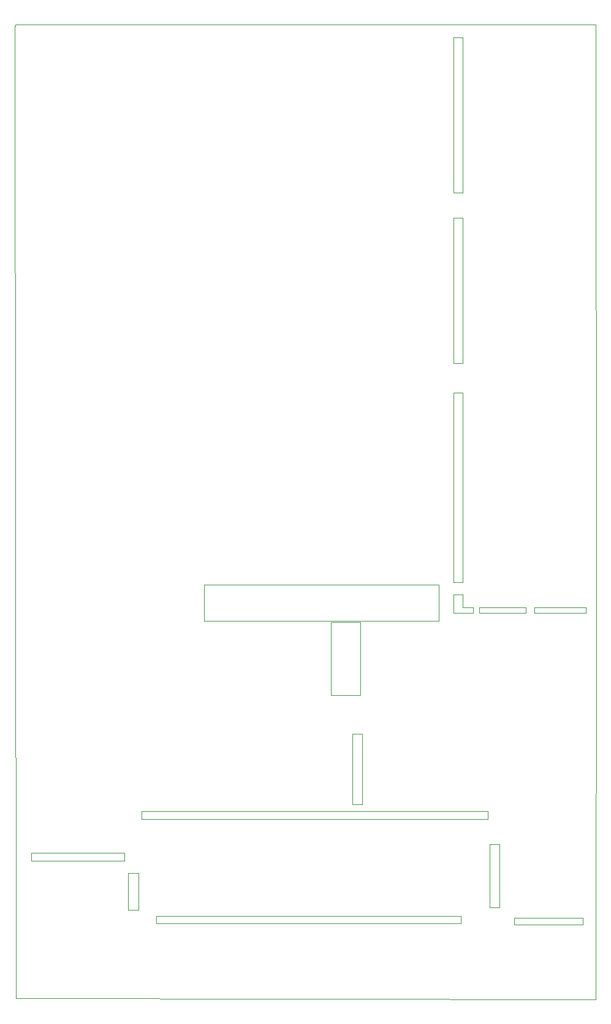
<source format=gbr>
%TF.GenerationSoftware,KiCad,Pcbnew,7.0.9*%
%TF.CreationDate,2024-01-29T20:39:34+05:30*%
%TF.ProjectId,Inverter,496e7665-7274-4657-922e-6b696361645f,rev?*%
%TF.SameCoordinates,Original*%
%TF.FileFunction,Profile,NP*%
%FSLAX46Y46*%
G04 Gerber Fmt 4.6, Leading zero omitted, Abs format (unit mm)*
G04 Created by KiCad (PCBNEW 7.0.9) date 2024-01-29 20:39:34*
%MOMM*%
%LPD*%
G01*
G04 APERTURE LIST*
%TA.AperFunction,Profile*%
%ADD10C,0.100000*%
%TD*%
G04 APERTURE END LIST*
D10*
X73790000Y-80244600D02*
X75096000Y-80244600D01*
X75096000Y-106426000D01*
X73790000Y-106426000D01*
X73790000Y-80244600D01*
X39350000Y-106688800D02*
X71805800Y-106688800D01*
X71805800Y-111747200D01*
X39350000Y-111747200D01*
X39350000Y-106688800D01*
X84950000Y-109840000D02*
X92075000Y-109840000D01*
X92075000Y-110638000D01*
X84950000Y-110638000D01*
X84950000Y-109840000D01*
X15472400Y-143738600D02*
X28371800Y-143738600D01*
X28371800Y-144805400D01*
X15472400Y-144805400D01*
X15472400Y-143738600D01*
X77330000Y-109860000D02*
X83820000Y-109860000D01*
X83820000Y-110658000D01*
X77330000Y-110658000D01*
X77330000Y-109860000D01*
X75096000Y-109850000D02*
X76500000Y-109850000D01*
X76500000Y-110658000D01*
X73830000Y-110658000D01*
X73830000Y-108050000D01*
X75096000Y-108050000D01*
X75096000Y-109850000D01*
X93500000Y-107640000D02*
X93501200Y-107642200D01*
X93446600Y-163931600D01*
X13309600Y-163830000D01*
X13208000Y-29972000D01*
X13233400Y-29438600D01*
X93450000Y-29400000D01*
X93500000Y-107640000D01*
X82157000Y-152730200D02*
X91668600Y-152730200D01*
X91668600Y-153670000D01*
X82157000Y-153670000D01*
X82157000Y-152730200D01*
X59867800Y-127330200D02*
X61188600Y-127330200D01*
X61188600Y-137033000D01*
X59867800Y-137033000D01*
X59867800Y-127330200D01*
X28854400Y-146549200D02*
X30251400Y-146549200D01*
X30251400Y-151587200D01*
X28854400Y-151587200D01*
X28854400Y-146549200D01*
X78790800Y-142513600D02*
X80162400Y-142513600D01*
X80162400Y-151231600D01*
X78790800Y-151231600D01*
X78790800Y-142513600D01*
X32746800Y-152450800D02*
X74853800Y-152450800D01*
X74853800Y-153466800D01*
X32746800Y-153466800D01*
X32746800Y-152450800D01*
X30734000Y-137947400D02*
X78562200Y-137947400D01*
X78562200Y-139094400D01*
X30734000Y-139094400D01*
X30734000Y-137947400D01*
X73790000Y-56074600D02*
X75096000Y-56074600D01*
X75096000Y-76200000D01*
X73790000Y-76200000D01*
X73790000Y-56074600D01*
X56896000Y-111897400D02*
X60934600Y-111897400D01*
X60934600Y-121945400D01*
X56896000Y-121945400D01*
X56896000Y-111897400D01*
X73790000Y-31240000D02*
X75096000Y-31240000D01*
X75096000Y-52595400D01*
X73790000Y-52595400D01*
X73790000Y-31240000D01*
M02*

</source>
